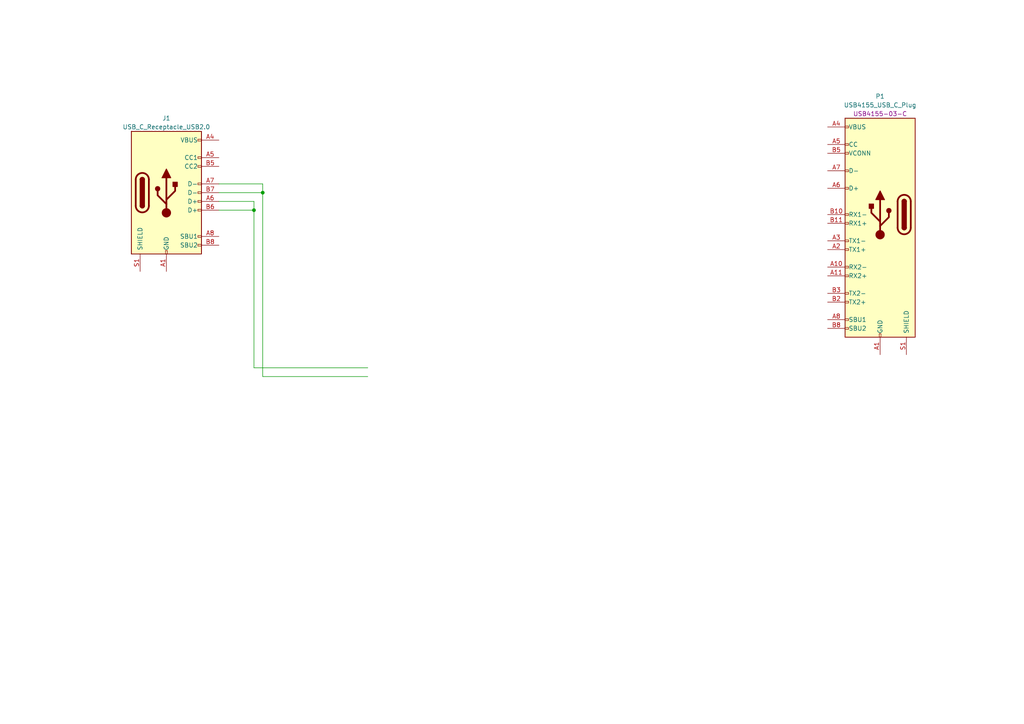
<source format=kicad_sch>
(kicad_sch (version 20230121) (generator eeschema)
  (paper "A4")
  (lib_symbols
    (symbol "Connector:USB_C_Receptacle_USB2.0" (pin_names (offset 1.016))
      (property "Reference" "J" (at -10.16 19.05 0))
      (property "Value" "USB_C_Receptacle_USB2.0" (at 19.05 19.05 0))
      (symbol "USB_C_Receptacle_USB2.0_0_0"
        (rectangle (start -0.254 -17.78) (end 0.254 -16.764))
        (rectangle (start 10.16 -14.986) (end 9.144 -15.494))
        (rectangle (start 10.16 -12.446) (end 9.144 -12.954))
        (rectangle (start 10.16 -4.826) (end 9.144 -5.334))
        (rectangle (start 10.16 -2.286) (end 9.144 -2.794))
        (rectangle (start 10.16 0.254) (end 9.144 -0.254))
        (rectangle (start 10.16 2.794) (end 9.144 2.286))
        (rectangle (start 10.16 7.874) (end 9.144 7.366))
        (rectangle (start 10.16 10.414) (end 9.144 9.906))
        (rectangle (start 10.16 15.494) (end 9.144 14.986))
      )
      (symbol "USB_C_Receptacle_USB2.0_0_1"
        (rectangle (start -10.16 17.78) (end 10.16 -17.78) (stroke (width 0.254)) (fill (type background)))
        (arc (start -8.89 -3.81) (mid -6.985 -5.7067) (end -5.08 -3.81) (stroke (width 0.508)))
        (arc (start -7.62 -3.81) (mid -6.985 -4.4423) (end -6.35 -3.81) (stroke (width 0.254)))
        (arc (start -7.62 -3.81) (mid -6.985 -4.4423) (end -6.35 -3.81) (stroke (width 0.254)) (fill (type outline)))
        (rectangle (start -7.62 -3.81) (end -6.35 3.81) (stroke (width 0.254)) (fill (type outline)))
        (arc (start -6.35 3.81) (mid -6.985 4.4423) (end -7.62 3.81) (stroke (width 0.254)))
        (arc (start -6.35 3.81) (mid -6.985 4.4423) (end -7.62 3.81) (stroke (width 0.254)) (fill (type outline)))
        (arc (start -5.08 3.81) (mid -6.985 5.7067) (end -8.89 3.81) (stroke (width 0.508)))
        (circle (center -2.54 1.143) (radius 0.635) (stroke (width 0.254)) (fill (type outline)))
        (circle (center 0 -5.842) (radius 1.27) (fill (type outline)))
        (polyline (pts (xy -8.89 -3.81) (xy -8.89 3.81)) (stroke (width 0.508)))
        (polyline (pts (xy -5.08 3.81) (xy -5.08 -3.81)) (stroke (width 0.508)))
        (polyline (pts (xy 0 -5.842) (xy 0 4.318)) (stroke (width 0.508)))
        (polyline (pts (xy 0 -3.302) (xy -2.54 -0.762) (xy -2.54 0.508)) (stroke (width 0.508)))
        (polyline (pts (xy 0 -2.032) (xy 2.54 0.508) (xy 2.54 1.778)) (stroke (width 0.508)))
        (polyline (pts (xy -1.27 4.318) (xy 0 6.858) (xy 1.27 4.318) (xy -1.27 4.318)) (stroke (width 0.254)) (fill (type outline)))
        (rectangle (start 1.905 1.778) (end 3.175 3.048) (stroke (width 0.254)) (fill (type outline)))
      )
      (symbol "USB_C_Receptacle_USB2.0_1_1"
        (pin passive line (at 0 -22.86 90) (length 5.08) (name "GND") (number "A1"))
        (pin passive line (at 0 -22.86 90) (length 5.08) hide (name "GND") (number "A12"))
        (pin passive line (at 15.24 15.24 180) (length 5.08) (name "VBUS") (number "A4"))
        (pin bidirectional line (at 15.24 10.16 180) (length 5.08) (name "CC1") (number "A5"))
        (pin bidirectional line (at 15.24 -2.54 180) (length 5.08) (name "D+") (number "A6"))
        (pin bidirectional line (at 15.24 2.54 180) (length 5.08) (name "D-") (number "A7"))
        (pin bidirectional line (at 15.24 -12.7 180) (length 5.08) (name "SBU1") (number "A8"))
        (pin passive line (at 15.24 15.24 180) (length 5.08) hide (name "VBUS") (number "A9"))
        (pin passive line (at 0 -22.86 90) (length 5.08) hide (name "GND") (number "B1"))
        (pin passive line (at 0 -22.86 90) (length 5.08) hide (name "GND") (number "B12"))
        (pin passive line (at 15.24 15.24 180) (length 5.08) hide (name "VBUS") (number "B4"))
        (pin bidirectional line (at 15.24 7.62 180) (length 5.08) (name "CC2") (number "B5"))
        (pin bidirectional line (at 15.24 -5.08 180) (length 5.08) (name "D+") (number "B6"))
        (pin bidirectional line (at 15.24 0 180) (length 5.08) (name "D-") (number "B7"))
        (pin bidirectional line (at 15.24 -15.24 180) (length 5.08) (name "SBU2") (number "B8"))
        (pin passive line (at 15.24 15.24 180) (length 5.08) hide (name "VBUS") (number "B9"))
        (pin passive line (at -7.62 -22.86 90) (length 5.08) (name "SHIELD") (number "S1"))
      )
    )
    (symbol "Redhill_Lib:USB4155_USB_C_Plug" (pin_names (offset 1.016))
      (property "Reference" "P" (at -10.16 29.21 0))
      (property "Value" "USB4155_USB_C_Plug" (at 10.16 29.21 0))
      (property "Partnumber" "USB4155-03-C" (at 0 0 0))
      (symbol "USB4155_USB_C_Plug_0_0"
        (rectangle (start -0.254 -35.56) (end 0.254 -34.544))
        (rectangle (start 10.16 -32.766) (end 9.144 -33.274))
        (rectangle (start 10.16 -30.226) (end 9.144 -30.734))
        (rectangle (start 10.16 -25.146) (end 9.144 -25.654))
        (rectangle (start 10.16 -22.606) (end 9.144 -23.114))
        (rectangle (start 10.16 -17.526) (end 9.144 -18.034))
        (rectangle (start 10.16 -14.986) (end 9.144 -15.494))
        (rectangle (start 10.16 -9.906) (end 9.144 -10.414))
        (rectangle (start 10.16 -7.366) (end 9.144 -7.874))
        (rectangle (start 10.16 -2.286) (end 9.144 -2.794))
        (rectangle (start 10.16 0.254) (end 9.144 -0.254))
        (rectangle (start 10.16 7.874) (end 9.144 7.366))
        (rectangle (start 10.16 12.954) (end 9.144 12.446))
        (rectangle (start 10.16 18.034) (end 9.144 17.526))
        (rectangle (start 10.16 20.574) (end 9.144 20.066))
        (rectangle (start 10.16 25.654) (end 9.144 25.146))
      )
      (symbol "USB4155_USB_C_Plug_0_1"
        (rectangle (start -10.16 27.94) (end 10.16 -35.56) (stroke (width 0.254)) (fill (type background)))
        (arc (start -8.89 -3.81) (mid -6.985 -5.7067) (end -5.08 -3.81) (stroke (width 0.508)))
        (arc (start -7.62 -3.81) (mid -6.985 -4.4423) (end -6.35 -3.81) (stroke (width 0.254)))
        (arc (start -7.62 -3.81) (mid -6.985 -4.4423) (end -6.35 -3.81) (stroke (width 0.254)) (fill (type outline)))
        (rectangle (start -7.62 -3.81) (end -6.35 3.81) (stroke (width 0.254)) (fill (type outline)))
        (arc (start -6.35 3.81) (mid -6.985 4.4423) (end -7.62 3.81) (stroke (width 0.254)))
        (arc (start -6.35 3.81) (mid -6.985 4.4423) (end -7.62 3.81) (stroke (width 0.254)) (fill (type outline)))
        (arc (start -5.08 3.81) (mid -6.985 5.7067) (end -8.89 3.81) (stroke (width 0.508)))
        (polyline (pts (xy -8.89 -3.81) (xy -8.89 3.81)) (stroke (width 0.508)))
        (polyline (pts (xy -5.08 3.81) (xy -5.08 -3.81)) (stroke (width 0.508)))
      )
      (symbol "USB4155_USB_C_Plug_1_1"
        (circle (center -2.54 1.143) (radius 0.635) (stroke (width 0.254)) (fill (type outline)))
        (circle (center 0 -5.842) (radius 1.27) (fill (type outline)))
        (polyline (pts (xy 0 -5.842) (xy 0 4.318)) (stroke (width 0.508)))
        (polyline (pts (xy 0 -3.302) (xy -2.54 -0.762) (xy -2.54 0.508)) (stroke (width 0.508)))
        (polyline (pts (xy 0 -2.032) (xy 2.54 0.508) (xy 2.54 1.778)) (stroke (width 0.508)))
        (polyline (pts (xy -1.27 4.318) (xy 0 6.858) (xy 1.27 4.318) (xy -1.27 4.318)) (stroke (width 0.254)) (fill (type outline)))
        (rectangle (start 1.905 1.778) (end 3.175 3.048) (stroke (width 0.254)) (fill (type outline)))
        (pin passive line (at 0 -40.64 90) (length 5.08) (name "GND") (number "A1"))
        (pin bidirectional line (at 15.24 -15.24 180) (length 5.08) (name "RX2-") (number "A10"))
        (pin bidirectional line (at 15.24 -17.78 180) (length 5.08) (name "RX2+") (number "A11"))
        (pin passive line (at 0 -40.64 90) (length 5.08) hide (name "GND") (number "A12"))
        (pin bidirectional line (at 15.24 -10.16 180) (length 5.08) (name "TX1+") (number "A2"))
        (pin bidirectional line (at 15.24 -7.62 180) (length 5.08) (name "TX1-") (number "A3"))
        (pin passive line (at 15.24 25.4 180) (length 5.08) (name "VBUS") (number "A4"))
        (pin bidirectional line (at 15.24 20.32 180) (length 5.08) (name "CC") (number "A5"))
        (pin bidirectional line (at 15.24 7.62 180) (length 5.08) (name "D+") (number "A6"))
        (pin bidirectional line (at 15.24 12.7 180) (length 5.08) (name "D-") (number "A7"))
        (pin bidirectional line (at 15.24 -30.48 180) (length 5.08) (name "SBU1") (number "A8"))
        (pin passive line (at 15.24 25.4 180) (length 5.08) hide (name "VBUS") (number "A9"))
        (pin passive line (at 0 -40.64 90) (length 5.08) hide (name "GND") (number "B1"))
        (pin bidirectional line (at 15.24 0 180) (length 5.08) (name "RX1-") (number "B10"))
        (pin bidirectional line (at 15.24 -2.54 180) (length 5.08) (name "RX1+") (number "B11"))
        (pin passive line (at 0 -40.64 90) (length 5.08) hide (name "GND") (number "B12"))
        (pin bidirectional line (at 15.24 -25.4 180) (length 5.08) (name "TX2+") (number "B2"))
        (pin bidirectional line (at 15.24 -22.86 180) (length 5.08) (name "TX2-") (number "B3"))
        (pin passive line (at 15.24 25.4 180) (length 5.08) hide (name "VBUS") (number "B4"))
        (pin bidirectional line (at 15.24 17.78 180) (length 5.08) (name "VCONN") (number "B5"))
        (pin bidirectional line (at 15.24 -33.02 180) (length 5.08) (name "SBU2") (number "B8"))
        (pin passive line (at 15.24 25.4 180) (length 5.08) hide (name "VBUS") (number "B9"))
        (pin passive line (at -7.62 -40.64 90) (length 5.08) (name "SHIELD") (number "S1"))
      )
    )
  )
  (junction (at 76.2 55.88))
  (junction (at 73.66 60.96))
  (wire (pts (xy 63.5 55.88) (xy 76.2 55.88)))
  (wire (pts (xy 63.5 60.96) (xy 73.66 60.96)))
  (wire (pts (xy 63.5 53.34) (xy 76.2 53.34)))
  (wire (pts (xy 63.5 58.42) (xy 73.66 58.42)))
  (wire (pts (xy 73.66 106.68) (xy 106.68 106.68)))
  (wire (pts (xy 76.2 109.22) (xy 106.68 109.22)))
  (wire (pts (xy 73.66 60.96) (xy 73.66 106.68)))
  (wire (pts (xy 76.2 55.88) (xy 76.2 109.22)))
  (wire (pts (xy 73.66 58.42) (xy 73.66 60.96)))
  (wire (pts (xy 76.2 53.34) (xy 76.2 55.88)))
  (symbol (lib_id "Connector:USB_C_Receptacle_USB2.0") (at 48.26 55.88 0) (unit 1)
    (property "Reference" "J1" (at 48.26 34.29 0))
    (property "Value" "USB_C_Receptacle_USB2.0" (at 48.26 36.83 0))
    (property "Footprint" "Connector_USB:USB_C_Receptacle_GCT_USB4105-xx-A_16P_TopMnt_Horizontal" (effects hide))
    (property "Datasheet" "https://www.usb.org/sites/default/files/documents/usb_type-c.zip" (effects hide))
  )
  (symbol (lib_id "Redhill_Lib:USB4155_USB_C_Plug") (at 255.27 62.23 0) (mirror y) (unit 1)
    (property "Reference" "P1" (at 255.27 27.94 0))
    (property "Value" "USB4155_USB_C_Plug" (at 255.27 30.48 0))
    (property "Footprint" "Redhill_lib:GCT_USB4155-03-C_REVA" (effects hide))
    (property "Datasheet" "https://mm.digikey.com/Volume0/opasdata/d220001/medias/docus/5564/USB4155.pdf" (effects hide))
    (property "Partnumber" "USB4155-03-C" (at 255.27 33.02 0))
  )
)
</source>
